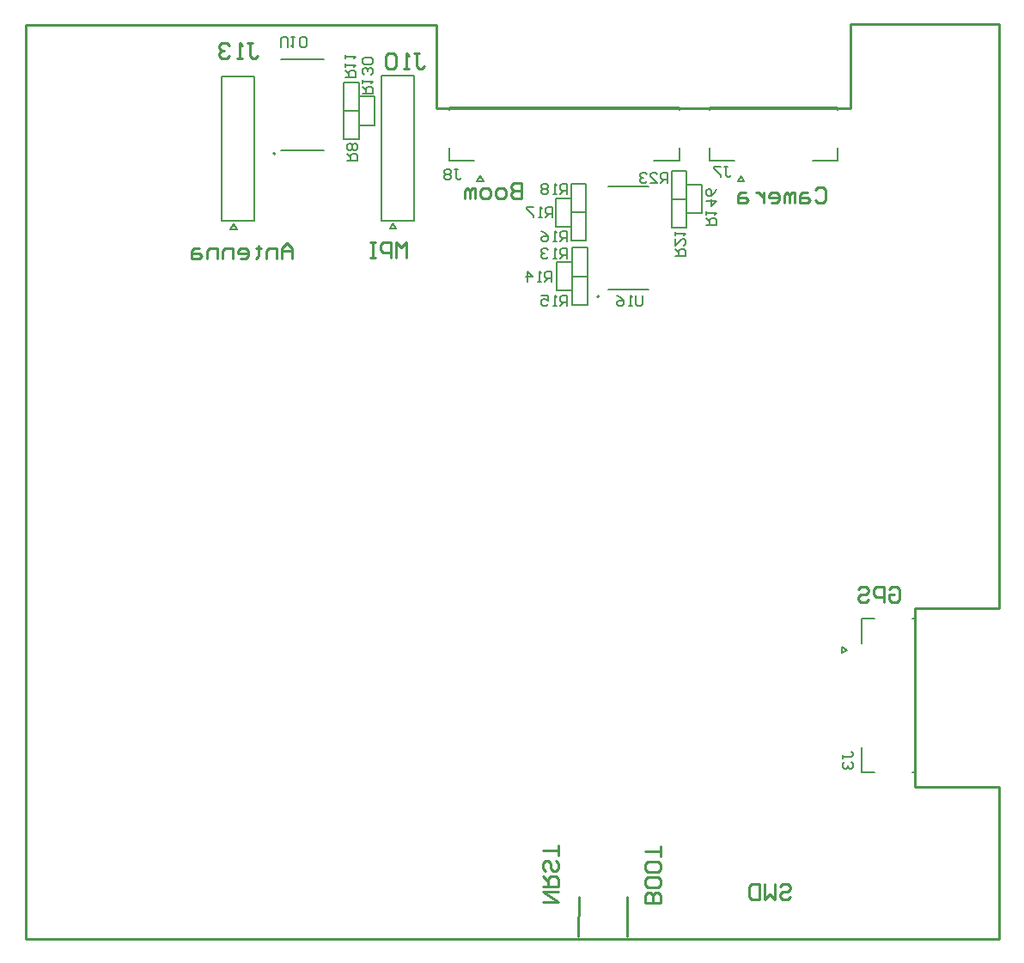
<source format=gbo>
G04*
G04 #@! TF.GenerationSoftware,Altium Limited,Altium Designer,21.8.1 (53)*
G04*
G04 Layer_Color=32896*
%FSLAX25Y25*%
%MOIN*%
G70*
G04*
G04 #@! TF.SameCoordinates,8B24C30A-C4EC-4A74-8174-4ADAFF134E48*
G04*
G04*
G04 #@! TF.FilePolarity,Positive*
G04*
G01*
G75*
%ADD10C,0.00787*%
%ADD12C,0.00600*%
%ADD13C,0.00500*%
%ADD15C,0.01000*%
%ADD17C,0.00800*%
D10*
X96850Y304724D02*
G03*
X96850Y304724I-394J0D01*
G01*
X222539Y249114D02*
G03*
X222539Y249114I-394J0D01*
G01*
X123425Y332283D02*
X129331D01*
X123425Y321260D02*
Y332283D01*
Y321260D02*
X129331D01*
Y332283D01*
X123425Y321260D02*
X129331D01*
X123425Y310236D02*
Y321260D01*
Y310236D02*
X129331D01*
Y321260D01*
X129331Y326772D02*
X135236D01*
X129331Y315748D02*
Y326772D01*
Y315748D02*
X135236D01*
Y326772D01*
X256496Y292520D02*
X262402D01*
X256496Y281496D02*
Y292520D01*
Y281496D02*
X262402D01*
Y292520D01*
X250590Y298031D02*
X256496D01*
X250590Y287008D02*
Y298031D01*
Y287008D02*
X256496D01*
Y298031D01*
X250590Y287008D02*
X256496D01*
X250590Y275984D02*
Y287008D01*
Y275984D02*
X256496D01*
Y287008D01*
X206102Y251575D02*
X212008D01*
Y262598D01*
X206102D02*
X212008D01*
X206102Y251575D02*
Y262598D01*
X212008Y246063D02*
X217913D01*
Y257087D01*
X212008D02*
X217913D01*
X212008Y246063D02*
Y257087D01*
Y257087D02*
X217913D01*
Y268110D01*
X212008D02*
X217913D01*
X212008Y257087D02*
Y268110D01*
X211614Y281890D02*
X217520D01*
X211614Y270866D02*
Y281890D01*
Y270866D02*
X217520D01*
Y281890D01*
X205709Y287402D02*
X211614D01*
X205709Y276378D02*
Y287402D01*
Y276378D02*
X211614D01*
Y287402D01*
X211614Y292913D02*
X217520D01*
X211614Y281890D02*
Y292913D01*
Y281890D02*
X217520D01*
Y292913D01*
D12*
X99130Y341322D02*
X115830D01*
X99130Y305922D02*
X115830D01*
D13*
X253543Y321457D02*
Y322441D01*
X164370Y321457D02*
Y322441D01*
X175177Y293890D02*
X176358Y295858D01*
X177539Y293890D01*
X175177D02*
X177539D01*
X253543Y301969D02*
Y307087D01*
X164370Y301969D02*
Y307087D01*
Y322441D02*
X253543D01*
X164370Y301969D02*
X174134D01*
X243779D02*
X253543D01*
X226083Y252028D02*
X241831D01*
X226083Y291870D02*
X241831D01*
X324410Y64665D02*
Y74429D01*
Y114547D02*
Y124311D01*
X344882Y64665D02*
Y124311D01*
X324410D02*
X329528D01*
X324410Y64665D02*
X329528D01*
X316595Y110906D02*
Y113268D01*
Y110906D02*
X318563Y112087D01*
X316595Y113268D02*
X318563Y112087D01*
X343898Y124311D02*
X344882D01*
X343898Y64665D02*
X344882D01*
X315059Y321457D02*
Y322441D01*
X265256Y321457D02*
Y322441D01*
X276378Y294075D02*
X277559Y296043D01*
X278740Y294075D01*
X276378D02*
X278740D01*
X315059Y301969D02*
Y307087D01*
X265256Y301969D02*
Y307087D01*
Y322441D02*
X315059D01*
X265256Y301969D02*
X275020D01*
X305295D02*
X315059D01*
X79528Y275394D02*
X80709Y277362D01*
X81890Y275394D01*
X79528D02*
X81890D01*
X76181Y334646D02*
X88779D01*
Y278543D02*
Y334646D01*
X76181Y278543D02*
X88779D01*
X76181D02*
Y334646D01*
X141339Y275590D02*
X142520Y277559D01*
X143701Y275590D01*
X141339D02*
X143701D01*
X137992Y334842D02*
X150591D01*
Y278740D02*
Y334842D01*
X137992Y278740D02*
X150591D01*
X137992D02*
Y334842D01*
D15*
X233268Y886D02*
X233357Y16307D01*
X214469Y984D02*
X214567Y16142D01*
X200606Y14386D02*
X206604D01*
X200606Y18384D01*
X206604D01*
X200606Y20384D02*
X206604D01*
Y23383D01*
X205605Y24383D01*
X203605D01*
X202606Y23383D01*
Y20384D01*
Y22383D02*
X200606Y24383D01*
X205605Y30381D02*
X206604Y29381D01*
Y27382D01*
X205605Y26382D01*
X204605D01*
X203605Y27382D01*
Y29381D01*
X202606Y30381D01*
X201606D01*
X200606Y29381D01*
Y27382D01*
X201606Y26382D01*
X206604Y32380D02*
Y36379D01*
Y34379D01*
X200606D01*
X246311Y13789D02*
X240313D01*
Y16788D01*
X241312Y17787D01*
X242312D01*
X243312Y16788D01*
Y13789D01*
Y16788D01*
X244311Y17787D01*
X245311D01*
X246311Y16788D01*
Y13789D01*
Y22786D02*
Y20786D01*
X245311Y19787D01*
X241312D01*
X240313Y20786D01*
Y22786D01*
X241312Y23785D01*
X245311D01*
X246311Y22786D01*
Y28784D02*
Y26784D01*
X245311Y25785D01*
X241312D01*
X240313Y26784D01*
Y28784D01*
X241312Y29783D01*
X245311D01*
X246311Y28784D01*
Y31783D02*
Y35781D01*
Y33782D01*
X240313D01*
X292638Y20132D02*
X293637Y21132D01*
X295637D01*
X296636Y20132D01*
Y19133D01*
X295637Y18133D01*
X293637D01*
X292638Y17133D01*
Y16134D01*
X293637Y15134D01*
X295637D01*
X296636Y16134D01*
X290638Y21132D02*
Y15134D01*
X288639Y17133D01*
X286640Y15134D01*
Y21132D01*
X284640D02*
Y15134D01*
X281641D01*
X280642Y16134D01*
Y20132D01*
X281641Y21132D01*
X284640D01*
X335159Y135526D02*
X336158Y136526D01*
X338158D01*
X339158Y135526D01*
Y131527D01*
X338158Y130528D01*
X336158D01*
X335159Y131527D01*
Y133527D01*
X337158D01*
X333159Y130528D02*
Y136526D01*
X330160D01*
X329161Y135526D01*
Y133527D01*
X330160Y132527D01*
X333159D01*
X323163Y135526D02*
X324162Y136526D01*
X326162D01*
X327161Y135526D01*
Y134526D01*
X326162Y133527D01*
X324162D01*
X323163Y132527D01*
Y131527D01*
X324162Y130528D01*
X326162D01*
X327161Y131527D01*
X306419Y290644D02*
X307418Y291644D01*
X309418D01*
X310417Y290644D01*
Y286645D01*
X309418Y285646D01*
X307418D01*
X306419Y286645D01*
X303420Y289644D02*
X301420D01*
X300421Y288645D01*
Y285646D01*
X303420D01*
X304419Y286645D01*
X303420Y287645D01*
X300421D01*
X298421Y285646D02*
Y289644D01*
X297422D01*
X296422Y288645D01*
Y285646D01*
Y288645D01*
X295422Y289644D01*
X294423Y288645D01*
Y285646D01*
X289424D02*
X291424D01*
X292423Y286645D01*
Y288645D01*
X291424Y289644D01*
X289424D01*
X288424Y288645D01*
Y287645D01*
X292423D01*
X286425Y289644D02*
Y285646D01*
Y287645D01*
X285425Y288645D01*
X284426Y289644D01*
X283426D01*
X279427D02*
X277428D01*
X276428Y288645D01*
Y285646D01*
X279427D01*
X280427Y286645D01*
X279427Y287645D01*
X276428D01*
X192307Y293218D02*
Y287221D01*
X189308D01*
X188308Y288220D01*
Y289220D01*
X189308Y290219D01*
X192307D01*
X189308D01*
X188308Y291219D01*
Y292219D01*
X189308Y293218D01*
X192307D01*
X185309Y287221D02*
X183310D01*
X182310Y288220D01*
Y290219D01*
X183310Y291219D01*
X185309D01*
X186309Y290219D01*
Y288220D01*
X185309Y287221D01*
X179311D02*
X177312D01*
X176312Y288220D01*
Y290219D01*
X177312Y291219D01*
X179311D01*
X180311Y290219D01*
Y288220D01*
X179311Y287221D01*
X174313D02*
Y291219D01*
X173313D01*
X172314Y290219D01*
Y287221D01*
Y290219D01*
X171314Y291219D01*
X170314Y290219D01*
Y287221D01*
X103331Y263992D02*
Y267991D01*
X101331Y269990D01*
X99332Y267991D01*
Y263992D01*
Y266991D01*
X103331D01*
X97333Y263992D02*
Y267991D01*
X94334D01*
X93334Y266991D01*
Y263992D01*
X90335Y268990D02*
Y267991D01*
X91335D01*
X89335D01*
X90335D01*
Y264992D01*
X89335Y263992D01*
X83337D02*
X85337D01*
X86336Y264992D01*
Y266991D01*
X85337Y267991D01*
X83337D01*
X82337Y266991D01*
Y265991D01*
X86336D01*
X80338Y263992D02*
Y267991D01*
X77339D01*
X76339Y266991D01*
Y263992D01*
X74340D02*
Y267991D01*
X71341D01*
X70341Y266991D01*
Y263992D01*
X67342Y267991D02*
X65343D01*
X64343Y266991D01*
Y263992D01*
X67342D01*
X68342Y264992D01*
X67342Y265991D01*
X64343D01*
X147819Y264386D02*
Y270384D01*
X145820Y268385D01*
X143820Y270384D01*
Y264386D01*
X141821D02*
Y270384D01*
X138822D01*
X137822Y269384D01*
Y267385D01*
X138822Y266385D01*
X141821D01*
X135823Y270384D02*
X133823D01*
X134823D01*
Y264386D01*
X135823D01*
X133823D01*
X86176Y347487D02*
X88175D01*
X87176D01*
Y342489D01*
X88175Y341489D01*
X89175D01*
X90175Y342489D01*
X84177Y341489D02*
X82177D01*
X83177D01*
Y347487D01*
X84177Y346487D01*
X79178D02*
X78179Y347487D01*
X76179D01*
X75180Y346487D01*
Y345488D01*
X76179Y344488D01*
X77179D01*
X76179D01*
X75180Y343489D01*
Y342489D01*
X76179Y341489D01*
X78179D01*
X79178Y342489D01*
X150743Y343550D02*
X152742D01*
X151743D01*
Y338552D01*
X152742Y337552D01*
X153742D01*
X154742Y338552D01*
X148744Y337552D02*
X146744D01*
X147744D01*
Y343550D01*
X148744Y342550D01*
X143745D02*
X142745Y343550D01*
X140746D01*
X139746Y342550D01*
Y338552D01*
X140746Y337552D01*
X142745D01*
X143745Y338552D01*
Y342550D01*
X344943Y128121D02*
X377423D01*
X344943Y59055D02*
Y128121D01*
X377559D02*
X377559Y355000D01*
X344943Y59055D02*
X377559D01*
Y0D02*
Y59055D01*
X0Y354724D02*
X159449D01*
X319882Y355000D02*
X377559Y355000D01*
X159449Y322342D02*
X319882D01*
Y354823D01*
X159449Y322342D02*
Y354724D01*
X0Y0D02*
Y354724D01*
Y0D02*
X377559D01*
D17*
X249032Y293276D02*
Y297275D01*
X247033D01*
X246367Y296608D01*
Y295276D01*
X247033Y294609D01*
X249032D01*
X247699D02*
X246367Y293276D01*
X242368D02*
X245034D01*
X242368Y295942D01*
Y296608D01*
X243034Y297275D01*
X244367D01*
X245034Y296608D01*
X241035D02*
X240369Y297275D01*
X239036D01*
X238369Y296608D01*
Y295942D01*
X239036Y295276D01*
X239702D01*
X239036D01*
X238369Y294609D01*
Y293943D01*
X239036Y293276D01*
X240369D01*
X241035Y293943D01*
X251938Y265020D02*
X255936D01*
Y267019D01*
X255270Y267686D01*
X253937D01*
X253271Y267019D01*
Y265020D01*
Y266353D02*
X251938Y267686D01*
Y271684D02*
Y269019D01*
X254604Y271684D01*
X255270D01*
X255936Y271018D01*
Y269685D01*
X255270Y269019D01*
X251938Y273017D02*
Y274350D01*
Y273684D01*
X255936D01*
X255270Y273017D01*
X210117Y288946D02*
Y292944D01*
X208117D01*
X207451Y292278D01*
Y290945D01*
X208117Y290278D01*
X210117D01*
X208784D02*
X207451Y288946D01*
X206118D02*
X204785D01*
X205451D01*
Y292944D01*
X206118Y292278D01*
X202785D02*
X202119Y292944D01*
X200786D01*
X200120Y292278D01*
Y291611D01*
X200786Y290945D01*
X200120Y290278D01*
Y289612D01*
X200786Y288946D01*
X202119D01*
X202785Y289612D01*
Y290278D01*
X202119Y290945D01*
X202785Y291611D01*
Y292278D01*
X202119Y290945D02*
X200786D01*
X204211Y279890D02*
Y283889D01*
X202212D01*
X201545Y283223D01*
Y281890D01*
X202212Y281223D01*
X204211D01*
X202878D02*
X201545Y279890D01*
X200212D02*
X198879D01*
X199546D01*
Y283889D01*
X200212Y283223D01*
X196880Y283889D02*
X194214D01*
Y283223D01*
X196880Y280557D01*
Y279890D01*
X209998Y270501D02*
Y274499D01*
X207999D01*
X207333Y273833D01*
Y272500D01*
X207999Y271834D01*
X209998D01*
X208665D02*
X207333Y270501D01*
X206000D02*
X204667D01*
X205333D01*
Y274499D01*
X206000Y273833D01*
X200002Y274499D02*
X201335Y273833D01*
X202667Y272500D01*
Y271167D01*
X202001Y270501D01*
X200668D01*
X200002Y271167D01*
Y271834D01*
X200668Y272500D01*
X202667D01*
X209998Y245501D02*
Y249499D01*
X207999D01*
X207333Y248833D01*
Y247500D01*
X207999Y246834D01*
X209998D01*
X208665D02*
X207333Y245501D01*
X206000D02*
X204667D01*
X205333D01*
Y249499D01*
X206000Y248833D01*
X200002Y249499D02*
X202667D01*
Y247500D01*
X201335Y248166D01*
X200668D01*
X200002Y247500D01*
Y246167D01*
X200668Y245501D01*
X202001D01*
X202667Y246167D01*
X203998Y255001D02*
Y258999D01*
X201999D01*
X201333Y258333D01*
Y257000D01*
X201999Y256334D01*
X203998D01*
X202665D02*
X201333Y255001D01*
X200000D02*
X198667D01*
X199333D01*
Y258999D01*
X200000Y258333D01*
X194668Y255001D02*
Y258999D01*
X196667Y257000D01*
X194002D01*
X209998Y264001D02*
Y267999D01*
X207999D01*
X207333Y267333D01*
Y266000D01*
X207999Y265334D01*
X209998D01*
X208665D02*
X207333Y264001D01*
X206000D02*
X204667D01*
X205333D01*
Y267999D01*
X206000Y267333D01*
X202667D02*
X202001Y267999D01*
X200668D01*
X200002Y267333D01*
Y266666D01*
X200668Y266000D01*
X201335D01*
X200668D01*
X200002Y265334D01*
Y264667D01*
X200668Y264001D01*
X202001D01*
X202667Y264667D01*
X123985Y334251D02*
X127984D01*
Y336250D01*
X127317Y336917D01*
X125984D01*
X125318Y336250D01*
Y334251D01*
Y335584D02*
X123985Y336917D01*
Y338249D02*
Y339582D01*
Y338916D01*
X127984D01*
X127317Y338249D01*
X123985Y341582D02*
Y342915D01*
Y342248D01*
X127984D01*
X127317Y341582D01*
X124772Y301786D02*
X128771D01*
Y303785D01*
X128105Y304452D01*
X126772D01*
X126105Y303785D01*
Y301786D01*
Y303119D02*
X124772Y304452D01*
X128105Y305785D02*
X128771Y306451D01*
Y307784D01*
X128105Y308450D01*
X127438D01*
X126772Y307784D01*
X126105Y308450D01*
X125439D01*
X124772Y307784D01*
Y306451D01*
X125439Y305785D01*
X126105D01*
X126772Y306451D01*
X127438Y305785D01*
X128105D01*
X126772Y306451D02*
Y307784D01*
X239447Y249637D02*
Y246305D01*
X238781Y245638D01*
X237448D01*
X236781Y246305D01*
Y249637D01*
X235449Y245638D02*
X234116D01*
X234782D01*
Y249637D01*
X235449Y248971D01*
X229450Y249637D02*
X230783Y248971D01*
X232116Y247638D01*
Y246305D01*
X231450Y245638D01*
X230117D01*
X229450Y246305D01*
Y246971D01*
X230117Y247638D01*
X232116D01*
X316898Y69859D02*
Y71192D01*
Y70526D01*
X320231D01*
X320897Y71192D01*
Y71859D01*
X320231Y72525D01*
X317565Y68526D02*
X316898Y67860D01*
Y66527D01*
X317565Y65861D01*
X318231D01*
X318898Y66527D01*
Y67194D01*
Y66527D01*
X319564Y65861D01*
X320231D01*
X320897Y66527D01*
Y67860D01*
X320231Y68526D01*
X264142Y276860D02*
X268141D01*
Y278860D01*
X267475Y279526D01*
X266142D01*
X265475Y278860D01*
Y276860D01*
Y278193D02*
X264142Y279526D01*
Y280859D02*
Y282192D01*
Y281526D01*
X268141D01*
X267475Y280859D01*
X264142Y286191D02*
X268141D01*
X266142Y284191D01*
Y286857D01*
X268141Y290856D02*
X267475Y289523D01*
X266142Y288190D01*
X264809D01*
X264142Y288857D01*
Y290190D01*
X264809Y290856D01*
X265475D01*
X266142Y290190D01*
Y288190D01*
X98882Y346023D02*
Y349355D01*
X99548Y350021D01*
X100881D01*
X101548Y349355D01*
Y346023D01*
X102881Y350021D02*
X104214D01*
X103547D01*
Y346023D01*
X102881Y346689D01*
X106213D02*
X106879Y346023D01*
X108212D01*
X108879Y346689D01*
Y349355D01*
X108212Y350021D01*
X106879D01*
X106213Y349355D01*
Y346689D01*
X130678Y328042D02*
X134677D01*
Y330041D01*
X134010Y330707D01*
X132677D01*
X132011Y330041D01*
Y328042D01*
Y329375D02*
X130678Y330707D01*
Y332040D02*
Y333373D01*
Y332707D01*
X134677D01*
X134010Y332040D01*
Y335373D02*
X134677Y336039D01*
Y337372D01*
X134010Y338038D01*
X133344D01*
X132677Y337372D01*
Y336705D01*
Y337372D01*
X132011Y338038D01*
X131344D01*
X130678Y337372D01*
Y336039D01*
X131344Y335373D01*
X134010Y339371D02*
X134677Y340038D01*
Y341371D01*
X134010Y342037D01*
X131344D01*
X130678Y341371D01*
Y340038D01*
X131344Y339371D01*
X134010D01*
X166316Y298456D02*
X167649D01*
X166982D01*
Y295124D01*
X167649Y294457D01*
X168315D01*
X168982Y295124D01*
X164983Y297790D02*
X164317Y298456D01*
X162984D01*
X162317Y297790D01*
Y297123D01*
X162984Y296457D01*
X162317Y295790D01*
Y295124D01*
X162984Y294457D01*
X164317D01*
X164983Y295124D01*
Y295790D01*
X164317Y296457D01*
X164983Y297123D01*
Y297790D01*
X164317Y296457D02*
X162984D01*
X271139Y299637D02*
X272472D01*
X271805D01*
Y296305D01*
X272472Y295638D01*
X273138D01*
X273805Y296305D01*
X269806Y299637D02*
X267140D01*
Y298971D01*
X269806Y296305D01*
Y295638D01*
M02*

</source>
